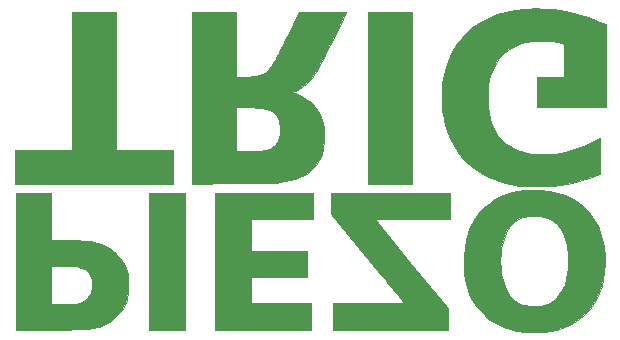
<source format=gbr>
%TF.GenerationSoftware,KiCad,Pcbnew,5.1.7-a382d34a8~88~ubuntu16.04.1*%
%TF.CreationDate,2021-06-30T18:42:57+02:00*%
%TF.ProjectId,555-piezo-trigger,3535352d-7069-4657-9a6f-2d7472696767,rev?*%
%TF.SameCoordinates,Original*%
%TF.FileFunction,Legend,Bot*%
%TF.FilePolarity,Positive*%
%FSLAX46Y46*%
G04 Gerber Fmt 4.6, Leading zero omitted, Abs format (unit mm)*
G04 Created by KiCad (PCBNEW 5.1.7-a382d34a8~88~ubuntu16.04.1) date 2021-06-30 18:42:57*
%MOMM*%
%LPD*%
G01*
G04 APERTURE LIST*
%ADD10C,0.010000*%
G04 APERTURE END LIST*
D10*
%TO.C,G\u002A\u002A\u002A*%
G36*
X128599672Y-78754586D02*
G01*
X129020205Y-78743882D01*
X129430645Y-78726491D01*
X129813099Y-78702858D01*
X130149675Y-78673429D01*
X130406825Y-78641097D01*
X131319432Y-78471169D01*
X132184713Y-78248294D01*
X133019836Y-77967927D01*
X133178651Y-77906946D01*
X133692698Y-77705553D01*
X133692698Y-74688517D01*
X133178651Y-74946498D01*
X132353797Y-75324301D01*
X131541681Y-75623117D01*
X130740749Y-75843316D01*
X129949448Y-75985270D01*
X129166222Y-76049350D01*
X128572381Y-76046064D01*
X127910002Y-75985533D01*
X127298924Y-75864381D01*
X126740004Y-75683220D01*
X126234097Y-75442664D01*
X125782061Y-75143326D01*
X125384752Y-74785818D01*
X125043026Y-74370754D01*
X124757740Y-73898747D01*
X124529750Y-73370409D01*
X124437958Y-73086850D01*
X124316418Y-72563803D01*
X124238645Y-71993391D01*
X124204620Y-71395961D01*
X124214327Y-70791861D01*
X124267747Y-70201438D01*
X124364863Y-69645040D01*
X124441178Y-69346031D01*
X124639063Y-68795433D01*
X124897513Y-68296276D01*
X125214302Y-67850880D01*
X125587203Y-67461566D01*
X126013992Y-67130654D01*
X126492441Y-66860464D01*
X127020327Y-66653317D01*
X127025898Y-66651556D01*
X127489677Y-66535690D01*
X128003337Y-66460792D01*
X128547286Y-66426895D01*
X129101933Y-66434033D01*
X129647686Y-66482240D01*
X130164955Y-66571547D01*
X130456411Y-66645721D01*
X130668889Y-66707490D01*
X130668889Y-69527460D01*
X128370794Y-69527460D01*
X128370794Y-72067460D01*
X134217268Y-72067460D01*
X134206968Y-68553926D01*
X134196667Y-65040393D01*
X133692698Y-64820645D01*
X132745890Y-64451461D01*
X131766131Y-64155316D01*
X130752766Y-63932057D01*
X129705139Y-63781528D01*
X129015873Y-63723256D01*
X128706986Y-63705155D01*
X128453815Y-63693869D01*
X128231725Y-63689433D01*
X128016083Y-63691885D01*
X127782254Y-63701262D01*
X127505605Y-63717600D01*
X127383296Y-63725697D01*
X126545318Y-63816014D01*
X125751370Y-63970447D01*
X125003045Y-64188053D01*
X124301937Y-64467889D01*
X123649640Y-64809014D01*
X123047750Y-65210485D01*
X122497861Y-65671359D01*
X122001567Y-66190696D01*
X121560462Y-66767552D01*
X121181713Y-67390635D01*
X120905720Y-67979044D01*
X120681116Y-68620546D01*
X120509117Y-69305106D01*
X120390940Y-70022691D01*
X120327803Y-70763266D01*
X120320924Y-71516799D01*
X120371518Y-72273255D01*
X120480805Y-73022600D01*
X120491589Y-73079204D01*
X120606987Y-73591108D01*
X120750361Y-74063194D01*
X120933622Y-74531440D01*
X121074081Y-74838915D01*
X121419199Y-75467749D01*
X121829310Y-76050515D01*
X122300876Y-76583640D01*
X122830361Y-77063547D01*
X123414225Y-77486661D01*
X124048933Y-77849407D01*
X124056726Y-77853320D01*
X124716275Y-78148713D01*
X125400716Y-78384356D01*
X126121776Y-78563518D01*
X126891185Y-78689463D01*
X127174450Y-78721615D01*
X127456434Y-78742117D01*
X127799894Y-78754149D01*
X128186938Y-78758157D01*
X128599672Y-78754586D01*
G37*
X128599672Y-78754586D02*
X129020205Y-78743882D01*
X129430645Y-78726491D01*
X129813099Y-78702858D01*
X130149675Y-78673429D01*
X130406825Y-78641097D01*
X131319432Y-78471169D01*
X132184713Y-78248294D01*
X133019836Y-77967927D01*
X133178651Y-77906946D01*
X133692698Y-77705553D01*
X133692698Y-74688517D01*
X133178651Y-74946498D01*
X132353797Y-75324301D01*
X131541681Y-75623117D01*
X130740749Y-75843316D01*
X129949448Y-75985270D01*
X129166222Y-76049350D01*
X128572381Y-76046064D01*
X127910002Y-75985533D01*
X127298924Y-75864381D01*
X126740004Y-75683220D01*
X126234097Y-75442664D01*
X125782061Y-75143326D01*
X125384752Y-74785818D01*
X125043026Y-74370754D01*
X124757740Y-73898747D01*
X124529750Y-73370409D01*
X124437958Y-73086850D01*
X124316418Y-72563803D01*
X124238645Y-71993391D01*
X124204620Y-71395961D01*
X124214327Y-70791861D01*
X124267747Y-70201438D01*
X124364863Y-69645040D01*
X124441178Y-69346031D01*
X124639063Y-68795433D01*
X124897513Y-68296276D01*
X125214302Y-67850880D01*
X125587203Y-67461566D01*
X126013992Y-67130654D01*
X126492441Y-66860464D01*
X127020327Y-66653317D01*
X127025898Y-66651556D01*
X127489677Y-66535690D01*
X128003337Y-66460792D01*
X128547286Y-66426895D01*
X129101933Y-66434033D01*
X129647686Y-66482240D01*
X130164955Y-66571547D01*
X130456411Y-66645721D01*
X130668889Y-66707490D01*
X130668889Y-69527460D01*
X128370794Y-69527460D01*
X128370794Y-72067460D01*
X134217268Y-72067460D01*
X134206968Y-68553926D01*
X134196667Y-65040393D01*
X133692698Y-64820645D01*
X132745890Y-64451461D01*
X131766131Y-64155316D01*
X130752766Y-63932057D01*
X129705139Y-63781528D01*
X129015873Y-63723256D01*
X128706986Y-63705155D01*
X128453815Y-63693869D01*
X128231725Y-63689433D01*
X128016083Y-63691885D01*
X127782254Y-63701262D01*
X127505605Y-63717600D01*
X127383296Y-63725697D01*
X126545318Y-63816014D01*
X125751370Y-63970447D01*
X125003045Y-64188053D01*
X124301937Y-64467889D01*
X123649640Y-64809014D01*
X123047750Y-65210485D01*
X122497861Y-65671359D01*
X122001567Y-66190696D01*
X121560462Y-66767552D01*
X121181713Y-67390635D01*
X120905720Y-67979044D01*
X120681116Y-68620546D01*
X120509117Y-69305106D01*
X120390940Y-70022691D01*
X120327803Y-70763266D01*
X120320924Y-71516799D01*
X120371518Y-72273255D01*
X120480805Y-73022600D01*
X120491589Y-73079204D01*
X120606987Y-73591108D01*
X120750361Y-74063194D01*
X120933622Y-74531440D01*
X121074081Y-74838915D01*
X121419199Y-75467749D01*
X121829310Y-76050515D01*
X122300876Y-76583640D01*
X122830361Y-77063547D01*
X123414225Y-77486661D01*
X124048933Y-77849407D01*
X124056726Y-77853320D01*
X124716275Y-78148713D01*
X125400716Y-78384356D01*
X126121776Y-78563518D01*
X126891185Y-78689463D01*
X127174450Y-78721615D01*
X127456434Y-78742117D01*
X127799894Y-78754149D01*
X128186938Y-78758157D01*
X128599672Y-78754586D01*
G36*
X97568254Y-75696031D02*
G01*
X92770747Y-75696031D01*
X92760532Y-69839920D01*
X92750318Y-63983809D01*
X90885770Y-63973327D01*
X89021223Y-63962845D01*
X89011008Y-69819359D01*
X89000794Y-75675873D01*
X86591825Y-75686269D01*
X84182857Y-75696666D01*
X84182857Y-78518254D01*
X97568254Y-78518254D01*
X97568254Y-75696031D01*
G37*
X97568254Y-75696031D02*
X92770747Y-75696031D01*
X92760532Y-69839920D01*
X92750318Y-63983809D01*
X90885770Y-63973327D01*
X89021223Y-63962845D01*
X89011008Y-69819359D01*
X89000794Y-75675873D01*
X86591825Y-75686269D01*
X84182857Y-75696666D01*
X84182857Y-78518254D01*
X97568254Y-78518254D01*
X97568254Y-75696031D01*
G36*
X102618016Y-78507904D02*
G01*
X103231048Y-78505085D01*
X103769264Y-78502369D01*
X104238480Y-78499611D01*
X104644516Y-78496664D01*
X104993189Y-78493385D01*
X105290316Y-78489626D01*
X105541717Y-78485242D01*
X105753207Y-78480088D01*
X105930607Y-78474018D01*
X106079732Y-78466886D01*
X106206402Y-78458547D01*
X106316434Y-78448854D01*
X106415646Y-78437663D01*
X106509856Y-78424827D01*
X106604881Y-78410202D01*
X106620425Y-78407706D01*
X107097470Y-78322545D01*
X107510537Y-78229763D01*
X107876237Y-78124563D01*
X108211178Y-78002149D01*
X108531969Y-77857723D01*
X108542311Y-77852623D01*
X108990515Y-77589770D01*
X109376991Y-77275189D01*
X109701490Y-76909327D01*
X109963764Y-76492631D01*
X110163563Y-76025548D01*
X110300640Y-75508525D01*
X110374746Y-74942009D01*
X110389044Y-74531623D01*
X110357158Y-73929615D01*
X110261615Y-73377002D01*
X110101941Y-72873078D01*
X109877660Y-72417138D01*
X109588295Y-72008473D01*
X109233372Y-71646379D01*
X108812414Y-71330148D01*
X108324947Y-71059074D01*
X107939921Y-70894292D01*
X107812834Y-70842491D01*
X107722279Y-70799527D01*
X107687937Y-70774790D01*
X107722943Y-70751038D01*
X107813195Y-70714095D01*
X107899603Y-70684730D01*
X108257978Y-70530541D01*
X108611541Y-70296712D01*
X108959367Y-69984143D01*
X109300530Y-69593735D01*
X109634105Y-69126388D01*
X109835412Y-68800593D01*
X109879751Y-68719789D01*
X109953878Y-68578451D01*
X110054151Y-68383871D01*
X110176930Y-68143341D01*
X110318572Y-67864153D01*
X110475438Y-67553599D01*
X110643886Y-67218971D01*
X110820274Y-66867561D01*
X111000963Y-66506660D01*
X111182309Y-66143560D01*
X111360674Y-65785554D01*
X111532414Y-65439933D01*
X111693890Y-65113989D01*
X111841460Y-64815015D01*
X111971483Y-64550301D01*
X112080318Y-64327140D01*
X112164324Y-64152823D01*
X112219859Y-64034643D01*
X112243283Y-63979892D01*
X112243810Y-63977411D01*
X112204771Y-63974761D01*
X112092769Y-63972680D01*
X111915472Y-63971182D01*
X111680549Y-63970283D01*
X111395669Y-63969998D01*
X111068502Y-63970344D01*
X110706716Y-63971336D01*
X110317981Y-63972989D01*
X110246709Y-63973353D01*
X108249608Y-63983809D01*
X107302012Y-65915968D01*
X107061580Y-66405203D01*
X106852510Y-66827897D01*
X106671342Y-67190239D01*
X106514617Y-67498415D01*
X106378876Y-67758613D01*
X106260658Y-67977022D01*
X106156504Y-68159829D01*
X106062955Y-68313222D01*
X105976551Y-68443388D01*
X105893832Y-68556516D01*
X105811340Y-68658793D01*
X105725615Y-68756408D01*
X105695780Y-68788917D01*
X105508157Y-68976226D01*
X105320989Y-69126414D01*
X105122195Y-69243609D01*
X104899694Y-69331941D01*
X104641405Y-69395539D01*
X104335247Y-69438532D01*
X103969139Y-69465049D01*
X103686710Y-69475588D01*
X102890722Y-69497422D01*
X102880361Y-66740616D01*
X102870000Y-63983809D01*
X101005318Y-63973327D01*
X99140635Y-63962845D01*
X99140635Y-75776666D01*
X102890159Y-75776666D01*
X102890159Y-72067460D01*
X103807381Y-72068705D01*
X104092915Y-72070801D01*
X104370932Y-72075957D01*
X104624565Y-72083625D01*
X104836951Y-72093258D01*
X104991222Y-72104310D01*
X105026984Y-72108236D01*
X105439837Y-72186415D01*
X105786989Y-72309148D01*
X106071196Y-72478374D01*
X106295212Y-72696033D01*
X106461792Y-72964064D01*
X106543696Y-73176190D01*
X106588755Y-73381286D01*
X106617975Y-73637710D01*
X106630562Y-73917570D01*
X106625723Y-74192974D01*
X106602664Y-74436032D01*
X106582572Y-74543103D01*
X106476293Y-74877522D01*
X106327279Y-75148049D01*
X106129544Y-75362567D01*
X105877103Y-75528958D01*
X105808736Y-75562138D01*
X105658446Y-75623898D01*
X105499211Y-75673178D01*
X105320185Y-75711221D01*
X105110522Y-75739268D01*
X104859375Y-75758561D01*
X104555897Y-75770343D01*
X104189242Y-75775853D01*
X103934866Y-75776666D01*
X102890159Y-75776666D01*
X99140635Y-75776666D01*
X99140635Y-78523466D01*
X102618016Y-78507904D01*
G37*
X102618016Y-78507904D02*
X103231048Y-78505085D01*
X103769264Y-78502369D01*
X104238480Y-78499611D01*
X104644516Y-78496664D01*
X104993189Y-78493385D01*
X105290316Y-78489626D01*
X105541717Y-78485242D01*
X105753207Y-78480088D01*
X105930607Y-78474018D01*
X106079732Y-78466886D01*
X106206402Y-78458547D01*
X106316434Y-78448854D01*
X106415646Y-78437663D01*
X106509856Y-78424827D01*
X106604881Y-78410202D01*
X106620425Y-78407706D01*
X107097470Y-78322545D01*
X107510537Y-78229763D01*
X107876237Y-78124563D01*
X108211178Y-78002149D01*
X108531969Y-77857723D01*
X108542311Y-77852623D01*
X108990515Y-77589770D01*
X109376991Y-77275189D01*
X109701490Y-76909327D01*
X109963764Y-76492631D01*
X110163563Y-76025548D01*
X110300640Y-75508525D01*
X110374746Y-74942009D01*
X110389044Y-74531623D01*
X110357158Y-73929615D01*
X110261615Y-73377002D01*
X110101941Y-72873078D01*
X109877660Y-72417138D01*
X109588295Y-72008473D01*
X109233372Y-71646379D01*
X108812414Y-71330148D01*
X108324947Y-71059074D01*
X107939921Y-70894292D01*
X107812834Y-70842491D01*
X107722279Y-70799527D01*
X107687937Y-70774790D01*
X107722943Y-70751038D01*
X107813195Y-70714095D01*
X107899603Y-70684730D01*
X108257978Y-70530541D01*
X108611541Y-70296712D01*
X108959367Y-69984143D01*
X109300530Y-69593735D01*
X109634105Y-69126388D01*
X109835412Y-68800593D01*
X109879751Y-68719789D01*
X109953878Y-68578451D01*
X110054151Y-68383871D01*
X110176930Y-68143341D01*
X110318572Y-67864153D01*
X110475438Y-67553599D01*
X110643886Y-67218971D01*
X110820274Y-66867561D01*
X111000963Y-66506660D01*
X111182309Y-66143560D01*
X111360674Y-65785554D01*
X111532414Y-65439933D01*
X111693890Y-65113989D01*
X111841460Y-64815015D01*
X111971483Y-64550301D01*
X112080318Y-64327140D01*
X112164324Y-64152823D01*
X112219859Y-64034643D01*
X112243283Y-63979892D01*
X112243810Y-63977411D01*
X112204771Y-63974761D01*
X112092769Y-63972680D01*
X111915472Y-63971182D01*
X111680549Y-63970283D01*
X111395669Y-63969998D01*
X111068502Y-63970344D01*
X110706716Y-63971336D01*
X110317981Y-63972989D01*
X110246709Y-63973353D01*
X108249608Y-63983809D01*
X107302012Y-65915968D01*
X107061580Y-66405203D01*
X106852510Y-66827897D01*
X106671342Y-67190239D01*
X106514617Y-67498415D01*
X106378876Y-67758613D01*
X106260658Y-67977022D01*
X106156504Y-68159829D01*
X106062955Y-68313222D01*
X105976551Y-68443388D01*
X105893832Y-68556516D01*
X105811340Y-68658793D01*
X105725615Y-68756408D01*
X105695780Y-68788917D01*
X105508157Y-68976226D01*
X105320989Y-69126414D01*
X105122195Y-69243609D01*
X104899694Y-69331941D01*
X104641405Y-69395539D01*
X104335247Y-69438532D01*
X103969139Y-69465049D01*
X103686710Y-69475588D01*
X102890722Y-69497422D01*
X102880361Y-66740616D01*
X102870000Y-63983809D01*
X101005318Y-63973327D01*
X99140635Y-63962845D01*
X99140635Y-75776666D01*
X102890159Y-75776666D01*
X102890159Y-72067460D01*
X103807381Y-72068705D01*
X104092915Y-72070801D01*
X104370932Y-72075957D01*
X104624565Y-72083625D01*
X104836951Y-72093258D01*
X104991222Y-72104310D01*
X105026984Y-72108236D01*
X105439837Y-72186415D01*
X105786989Y-72309148D01*
X106071196Y-72478374D01*
X106295212Y-72696033D01*
X106461792Y-72964064D01*
X106543696Y-73176190D01*
X106588755Y-73381286D01*
X106617975Y-73637710D01*
X106630562Y-73917570D01*
X106625723Y-74192974D01*
X106602664Y-74436032D01*
X106582572Y-74543103D01*
X106476293Y-74877522D01*
X106327279Y-75148049D01*
X106129544Y-75362567D01*
X105877103Y-75528958D01*
X105808736Y-75562138D01*
X105658446Y-75623898D01*
X105499211Y-75673178D01*
X105320185Y-75711221D01*
X105110522Y-75739268D01*
X104859375Y-75758561D01*
X104555897Y-75770343D01*
X104189242Y-75775853D01*
X103934866Y-75776666D01*
X102890159Y-75776666D01*
X99140635Y-75776666D01*
X99140635Y-78523466D01*
X102618016Y-78507904D01*
G36*
X117847937Y-63963650D02*
G01*
X114098413Y-63963650D01*
X114098413Y-78518254D01*
X117847937Y-78518254D01*
X117847937Y-63963650D01*
G37*
X117847937Y-63963650D02*
X114098413Y-63963650D01*
X114098413Y-78518254D01*
X117847937Y-78518254D01*
X117847937Y-63963650D01*
G36*
X128559003Y-91074092D02*
G01*
X128884044Y-91066766D01*
X129160136Y-91052432D01*
X129403087Y-91029288D01*
X129628703Y-90995530D01*
X129852792Y-90949357D01*
X130091160Y-90888964D01*
X130282071Y-90835209D01*
X130889909Y-90619093D01*
X131459906Y-90335864D01*
X131986530Y-89989923D01*
X132464250Y-89585670D01*
X132887534Y-89127506D01*
X133250852Y-88619831D01*
X133408865Y-88347743D01*
X133661368Y-87801363D01*
X133860821Y-87205817D01*
X134007101Y-86572773D01*
X134100084Y-85913897D01*
X134139649Y-85240856D01*
X134125671Y-84565318D01*
X134058028Y-83898949D01*
X133936597Y-83253417D01*
X133761255Y-82640390D01*
X133531880Y-82071533D01*
X133476187Y-81957494D01*
X133153758Y-81404523D01*
X132773874Y-80906611D01*
X132339087Y-80464959D01*
X131851950Y-80080765D01*
X131315018Y-79755230D01*
X130730844Y-79489552D01*
X130101980Y-79284932D01*
X129430980Y-79142569D01*
X128720398Y-79063662D01*
X127972787Y-79049412D01*
X127360778Y-79084381D01*
X126658663Y-79182287D01*
X125997597Y-79345897D01*
X125380269Y-79573204D01*
X124809364Y-79862200D01*
X124287571Y-80210880D01*
X123817578Y-80617236D01*
X123402071Y-81079262D01*
X123043739Y-81594950D01*
X122745269Y-82162294D01*
X122540638Y-82683670D01*
X122372717Y-83287700D01*
X122257094Y-83936691D01*
X122194046Y-84613993D01*
X122184918Y-85230767D01*
X125298499Y-85230767D01*
X125299537Y-84859262D01*
X125312464Y-84502870D01*
X125337322Y-84185313D01*
X125362449Y-83995140D01*
X125485226Y-83429208D01*
X125656622Y-82926433D01*
X125876265Y-82487253D01*
X126143778Y-82112105D01*
X126458787Y-81801427D01*
X126820919Y-81555657D01*
X127229798Y-81375232D01*
X127685051Y-81260589D01*
X127705556Y-81257158D01*
X127900864Y-81239225D01*
X128145168Y-81237167D01*
X128408736Y-81249428D01*
X128661835Y-81274450D01*
X128874733Y-81310678D01*
X128915079Y-81320482D01*
X129341095Y-81471482D01*
X129721739Y-81688775D01*
X130056314Y-81971528D01*
X130344119Y-82318904D01*
X130584455Y-82730067D01*
X130776623Y-83204182D01*
X130913011Y-83707864D01*
X130960807Y-83993604D01*
X130996203Y-84336844D01*
X131018627Y-84715322D01*
X131027509Y-85106774D01*
X131022280Y-85488940D01*
X131002370Y-85839555D01*
X130974060Y-86092197D01*
X130870264Y-86630556D01*
X130724984Y-87105606D01*
X130534831Y-87525107D01*
X130296413Y-87896822D01*
X130068145Y-88165531D01*
X129736178Y-88458146D01*
X129362961Y-88682361D01*
X128944719Y-88840351D01*
X128856771Y-88863834D01*
X128612431Y-88904404D01*
X128318734Y-88921370D01*
X128001984Y-88915950D01*
X127688482Y-88889363D01*
X127404533Y-88842826D01*
X127202497Y-88787234D01*
X126799762Y-88602461D01*
X126441893Y-88351379D01*
X126129811Y-88035285D01*
X125864437Y-87655480D01*
X125646692Y-87213261D01*
X125477498Y-86709926D01*
X125366307Y-86198730D01*
X125331926Y-85924223D01*
X125309309Y-85593662D01*
X125298499Y-85230767D01*
X122184918Y-85230767D01*
X122183849Y-85302957D01*
X122226779Y-85986933D01*
X122323112Y-86649272D01*
X122464921Y-87245274D01*
X122671351Y-87844194D01*
X122929493Y-88387122D01*
X123245749Y-88884764D01*
X123626520Y-89347828D01*
X123870282Y-89595997D01*
X124284911Y-89956403D01*
X124721573Y-90258535D01*
X125196991Y-90512270D01*
X125727889Y-90727484D01*
X125866222Y-90774767D01*
X126143174Y-90862520D01*
X126394379Y-90931918D01*
X126635296Y-90984985D01*
X126881382Y-91023743D01*
X127148097Y-91050217D01*
X127450899Y-91066429D01*
X127805246Y-91074404D01*
X128169206Y-91076215D01*
X128559003Y-91074092D01*
G37*
X128559003Y-91074092D02*
X128884044Y-91066766D01*
X129160136Y-91052432D01*
X129403087Y-91029288D01*
X129628703Y-90995530D01*
X129852792Y-90949357D01*
X130091160Y-90888964D01*
X130282071Y-90835209D01*
X130889909Y-90619093D01*
X131459906Y-90335864D01*
X131986530Y-89989923D01*
X132464250Y-89585670D01*
X132887534Y-89127506D01*
X133250852Y-88619831D01*
X133408865Y-88347743D01*
X133661368Y-87801363D01*
X133860821Y-87205817D01*
X134007101Y-86572773D01*
X134100084Y-85913897D01*
X134139649Y-85240856D01*
X134125671Y-84565318D01*
X134058028Y-83898949D01*
X133936597Y-83253417D01*
X133761255Y-82640390D01*
X133531880Y-82071533D01*
X133476187Y-81957494D01*
X133153758Y-81404523D01*
X132773874Y-80906611D01*
X132339087Y-80464959D01*
X131851950Y-80080765D01*
X131315018Y-79755230D01*
X130730844Y-79489552D01*
X130101980Y-79284932D01*
X129430980Y-79142569D01*
X128720398Y-79063662D01*
X127972787Y-79049412D01*
X127360778Y-79084381D01*
X126658663Y-79182287D01*
X125997597Y-79345897D01*
X125380269Y-79573204D01*
X124809364Y-79862200D01*
X124287571Y-80210880D01*
X123817578Y-80617236D01*
X123402071Y-81079262D01*
X123043739Y-81594950D01*
X122745269Y-82162294D01*
X122540638Y-82683670D01*
X122372717Y-83287700D01*
X122257094Y-83936691D01*
X122194046Y-84613993D01*
X122184918Y-85230767D01*
X125298499Y-85230767D01*
X125299537Y-84859262D01*
X125312464Y-84502870D01*
X125337322Y-84185313D01*
X125362449Y-83995140D01*
X125485226Y-83429208D01*
X125656622Y-82926433D01*
X125876265Y-82487253D01*
X126143778Y-82112105D01*
X126458787Y-81801427D01*
X126820919Y-81555657D01*
X127229798Y-81375232D01*
X127685051Y-81260589D01*
X127705556Y-81257158D01*
X127900864Y-81239225D01*
X128145168Y-81237167D01*
X128408736Y-81249428D01*
X128661835Y-81274450D01*
X128874733Y-81310678D01*
X128915079Y-81320482D01*
X129341095Y-81471482D01*
X129721739Y-81688775D01*
X130056314Y-81971528D01*
X130344119Y-82318904D01*
X130584455Y-82730067D01*
X130776623Y-83204182D01*
X130913011Y-83707864D01*
X130960807Y-83993604D01*
X130996203Y-84336844D01*
X131018627Y-84715322D01*
X131027509Y-85106774D01*
X131022280Y-85488940D01*
X131002370Y-85839555D01*
X130974060Y-86092197D01*
X130870264Y-86630556D01*
X130724984Y-87105606D01*
X130534831Y-87525107D01*
X130296413Y-87896822D01*
X130068145Y-88165531D01*
X129736178Y-88458146D01*
X129362961Y-88682361D01*
X128944719Y-88840351D01*
X128856771Y-88863834D01*
X128612431Y-88904404D01*
X128318734Y-88921370D01*
X128001984Y-88915950D01*
X127688482Y-88889363D01*
X127404533Y-88842826D01*
X127202497Y-88787234D01*
X126799762Y-88602461D01*
X126441893Y-88351379D01*
X126129811Y-88035285D01*
X125864437Y-87655480D01*
X125646692Y-87213261D01*
X125477498Y-86709926D01*
X125366307Y-86198730D01*
X125331926Y-85924223D01*
X125309309Y-85593662D01*
X125298499Y-85230767D01*
X122184918Y-85230767D01*
X122183849Y-85302957D01*
X122226779Y-85986933D01*
X122323112Y-86649272D01*
X122464921Y-87245274D01*
X122671351Y-87844194D01*
X122929493Y-88387122D01*
X123245749Y-88884764D01*
X123626520Y-89347828D01*
X123870282Y-89595997D01*
X124284911Y-89956403D01*
X124721573Y-90258535D01*
X125196991Y-90512270D01*
X125727889Y-90727484D01*
X125866222Y-90774767D01*
X126143174Y-90862520D01*
X126394379Y-90931918D01*
X126635296Y-90984985D01*
X126881382Y-91023743D01*
X127148097Y-91050217D01*
X127450899Y-91066429D01*
X127805246Y-91074404D01*
X128169206Y-91076215D01*
X128559003Y-91074092D01*
G36*
X87257064Y-90886461D02*
G01*
X87820551Y-90883946D01*
X88309620Y-90881542D01*
X88730485Y-90879061D01*
X89089363Y-90876312D01*
X89392468Y-90873104D01*
X89646017Y-90869250D01*
X89856225Y-90864557D01*
X90029307Y-90858837D01*
X90171478Y-90851898D01*
X90288956Y-90843553D01*
X90387954Y-90833610D01*
X90474689Y-90821879D01*
X90555376Y-90808170D01*
X90636231Y-90792295D01*
X90687554Y-90781619D01*
X91278627Y-90625913D01*
X91810789Y-90419894D01*
X92282545Y-90164584D01*
X92692399Y-89861003D01*
X93038858Y-89510170D01*
X93320426Y-89113106D01*
X93430285Y-88910066D01*
X93555643Y-88639808D01*
X93649909Y-88393848D01*
X93717092Y-88152684D01*
X93761199Y-87896812D01*
X93786237Y-87606730D01*
X93796215Y-87262934D01*
X93796890Y-87126031D01*
X93795546Y-86845043D01*
X93790284Y-86626632D01*
X93779621Y-86452776D01*
X93762074Y-86305454D01*
X93736161Y-86166645D01*
X93708301Y-86049182D01*
X93559353Y-85579428D01*
X93361162Y-85164972D01*
X93105478Y-84791675D01*
X92784053Y-84445398D01*
X92758801Y-84421734D01*
X92500669Y-84199280D01*
X92243609Y-84018181D01*
X91958581Y-83859791D01*
X91694748Y-83738548D01*
X91435943Y-83635154D01*
X91176357Y-83549003D01*
X90905955Y-83478754D01*
X90614701Y-83423065D01*
X90292559Y-83380593D01*
X89929493Y-83349998D01*
X89515469Y-83329937D01*
X89040450Y-83319067D01*
X88535078Y-83316031D01*
X87246984Y-83316031D01*
X87246984Y-79284285D01*
X84263492Y-79284285D01*
X84263492Y-85493174D01*
X87246984Y-85493174D01*
X88227357Y-85493174D01*
X88516124Y-85495002D01*
X88791944Y-85500127D01*
X89040016Y-85508015D01*
X89245534Y-85518131D01*
X89393696Y-85529941D01*
X89446960Y-85537252D01*
X89799831Y-85637353D01*
X90101535Y-85797067D01*
X90348862Y-86014109D01*
X90538600Y-86286191D01*
X90561402Y-86330606D01*
X90616776Y-86446671D01*
X90654122Y-86542272D01*
X90676984Y-86638096D01*
X90688907Y-86754832D01*
X90693439Y-86913166D01*
X90694127Y-87105025D01*
X90692709Y-87322295D01*
X90686500Y-87479116D01*
X90672574Y-87595650D01*
X90648000Y-87692062D01*
X90609849Y-87788516D01*
X90587884Y-87836425D01*
X90413017Y-88127592D01*
X90188272Y-88357914D01*
X89909559Y-88530595D01*
X89572791Y-88648841D01*
X89541587Y-88656430D01*
X89428102Y-88677546D01*
X89282619Y-88693664D01*
X89094983Y-88705276D01*
X88855037Y-88712870D01*
X88552625Y-88716936D01*
X88265000Y-88717975D01*
X87246984Y-88718571D01*
X87246984Y-85493174D01*
X84263492Y-85493174D01*
X84263492Y-90899546D01*
X87257064Y-90886461D01*
G37*
X87257064Y-90886461D02*
X87820551Y-90883946D01*
X88309620Y-90881542D01*
X88730485Y-90879061D01*
X89089363Y-90876312D01*
X89392468Y-90873104D01*
X89646017Y-90869250D01*
X89856225Y-90864557D01*
X90029307Y-90858837D01*
X90171478Y-90851898D01*
X90288956Y-90843553D01*
X90387954Y-90833610D01*
X90474689Y-90821879D01*
X90555376Y-90808170D01*
X90636231Y-90792295D01*
X90687554Y-90781619D01*
X91278627Y-90625913D01*
X91810789Y-90419894D01*
X92282545Y-90164584D01*
X92692399Y-89861003D01*
X93038858Y-89510170D01*
X93320426Y-89113106D01*
X93430285Y-88910066D01*
X93555643Y-88639808D01*
X93649909Y-88393848D01*
X93717092Y-88152684D01*
X93761199Y-87896812D01*
X93786237Y-87606730D01*
X93796215Y-87262934D01*
X93796890Y-87126031D01*
X93795546Y-86845043D01*
X93790284Y-86626632D01*
X93779621Y-86452776D01*
X93762074Y-86305454D01*
X93736161Y-86166645D01*
X93708301Y-86049182D01*
X93559353Y-85579428D01*
X93361162Y-85164972D01*
X93105478Y-84791675D01*
X92784053Y-84445398D01*
X92758801Y-84421734D01*
X92500669Y-84199280D01*
X92243609Y-84018181D01*
X91958581Y-83859791D01*
X91694748Y-83738548D01*
X91435943Y-83635154D01*
X91176357Y-83549003D01*
X90905955Y-83478754D01*
X90614701Y-83423065D01*
X90292559Y-83380593D01*
X89929493Y-83349998D01*
X89515469Y-83329937D01*
X89040450Y-83319067D01*
X88535078Y-83316031D01*
X87246984Y-83316031D01*
X87246984Y-79284285D01*
X84263492Y-79284285D01*
X84263492Y-85493174D01*
X87246984Y-85493174D01*
X88227357Y-85493174D01*
X88516124Y-85495002D01*
X88791944Y-85500127D01*
X89040016Y-85508015D01*
X89245534Y-85518131D01*
X89393696Y-85529941D01*
X89446960Y-85537252D01*
X89799831Y-85637353D01*
X90101535Y-85797067D01*
X90348862Y-86014109D01*
X90538600Y-86286191D01*
X90561402Y-86330606D01*
X90616776Y-86446671D01*
X90654122Y-86542272D01*
X90676984Y-86638096D01*
X90688907Y-86754832D01*
X90693439Y-86913166D01*
X90694127Y-87105025D01*
X90692709Y-87322295D01*
X90686500Y-87479116D01*
X90672574Y-87595650D01*
X90648000Y-87692062D01*
X90609849Y-87788516D01*
X90587884Y-87836425D01*
X90413017Y-88127592D01*
X90188272Y-88357914D01*
X89909559Y-88530595D01*
X89572791Y-88648841D01*
X89541587Y-88656430D01*
X89428102Y-88677546D01*
X89282619Y-88693664D01*
X89094983Y-88705276D01*
X88855037Y-88712870D01*
X88552625Y-88716936D01*
X88265000Y-88717975D01*
X87246984Y-88718571D01*
X87246984Y-85493174D01*
X84263492Y-85493174D01*
X84263492Y-90899546D01*
X87257064Y-90886461D01*
G36*
X98576191Y-79284285D02*
G01*
X95552381Y-79284285D01*
X95552381Y-90895714D01*
X98576191Y-90895714D01*
X98576191Y-79284285D01*
G37*
X98576191Y-79284285D02*
X95552381Y-79284285D01*
X95552381Y-90895714D01*
X98576191Y-90895714D01*
X98576191Y-79284285D01*
G36*
X109220000Y-88637936D02*
G01*
X104140000Y-88637936D01*
X104140000Y-86460793D01*
X108937778Y-86460793D01*
X108937778Y-84203015D01*
X104140000Y-84203015D01*
X104140000Y-81542063D01*
X109421587Y-81542063D01*
X109421587Y-79284285D01*
X101116191Y-79284285D01*
X101116191Y-90895714D01*
X109220000Y-90895714D01*
X109220000Y-88637936D01*
G37*
X109220000Y-88637936D02*
X104140000Y-88637936D01*
X104140000Y-86460793D01*
X108937778Y-86460793D01*
X108937778Y-84203015D01*
X104140000Y-84203015D01*
X104140000Y-81542063D01*
X109421587Y-81542063D01*
X109421587Y-79284285D01*
X101116191Y-79284285D01*
X101116191Y-90895714D01*
X109220000Y-90895714D01*
X109220000Y-88637936D01*
G36*
X120871746Y-89088297D02*
G01*
X117762023Y-85325259D01*
X114652299Y-81562222D01*
X117842658Y-81551900D01*
X121033016Y-81541578D01*
X121033016Y-79284285D01*
X110913333Y-79284285D01*
X110913333Y-81088228D01*
X114017778Y-84844176D01*
X114412688Y-85322116D01*
X114793044Y-85782741D01*
X115155713Y-86222243D01*
X115497566Y-86636816D01*
X115815471Y-87022652D01*
X116106297Y-87375943D01*
X116366913Y-87692883D01*
X116594187Y-87969664D01*
X116784989Y-88202480D01*
X116936187Y-88387521D01*
X117044650Y-88520982D01*
X117107248Y-88599055D01*
X117122222Y-88619030D01*
X117082947Y-88622077D01*
X116969291Y-88624973D01*
X116787507Y-88627677D01*
X116543849Y-88630150D01*
X116244571Y-88632353D01*
X115895926Y-88634246D01*
X115504169Y-88635790D01*
X115075551Y-88636946D01*
X114616329Y-88637675D01*
X114132754Y-88637936D01*
X111114921Y-88637936D01*
X111114921Y-90895714D01*
X120871746Y-90895714D01*
X120871746Y-89088297D01*
G37*
X120871746Y-89088297D02*
X117762023Y-85325259D01*
X114652299Y-81562222D01*
X117842658Y-81551900D01*
X121033016Y-81541578D01*
X121033016Y-79284285D01*
X110913333Y-79284285D01*
X110913333Y-81088228D01*
X114017778Y-84844176D01*
X114412688Y-85322116D01*
X114793044Y-85782741D01*
X115155713Y-86222243D01*
X115497566Y-86636816D01*
X115815471Y-87022652D01*
X116106297Y-87375943D01*
X116366913Y-87692883D01*
X116594187Y-87969664D01*
X116784989Y-88202480D01*
X116936187Y-88387521D01*
X117044650Y-88520982D01*
X117107248Y-88599055D01*
X117122222Y-88619030D01*
X117082947Y-88622077D01*
X116969291Y-88624973D01*
X116787507Y-88627677D01*
X116543849Y-88630150D01*
X116244571Y-88632353D01*
X115895926Y-88634246D01*
X115504169Y-88635790D01*
X115075551Y-88636946D01*
X114616329Y-88637675D01*
X114132754Y-88637936D01*
X111114921Y-88637936D01*
X111114921Y-90895714D01*
X120871746Y-90895714D01*
X120871746Y-89088297D01*
%TD*%
M02*

</source>
